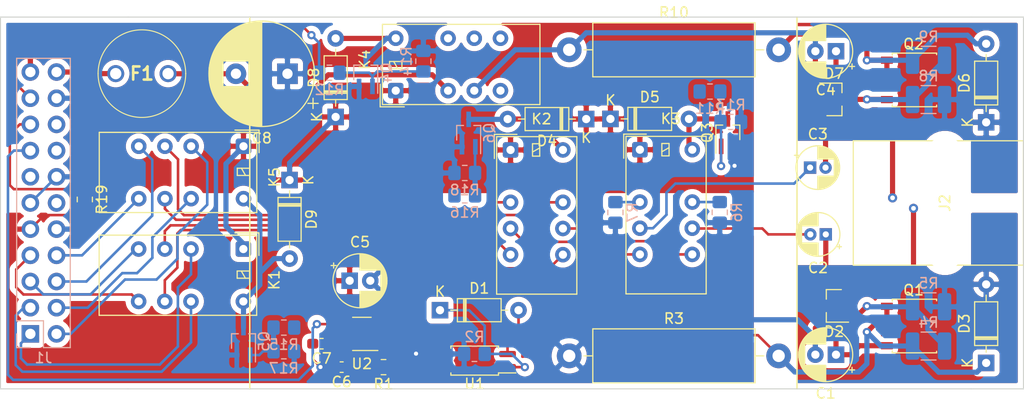
<source format=kicad_pcb>
(kicad_pcb (version 20171130) (host pcbnew "(5.1.7)-1")
  (layers (0 F.Cu signal) (31 B.Cu signal) (34 B.Paste user) (35 F.Paste user) (36 B.SilkS user) (37 F.SilkS user hide) (38 B.Mask user) (39 F.Mask user) (44 Edge.Cuts user))
  (net 0 "")
  (net 1 "Net-(C1-Pad1)")
  (net 2 GND)
  (net 3 /AUDT)
  (net 4 /TIP)
  (net 5 /AUDR)
  (net 6 /RING)
  (net 7 "Net-(C4-Pad2)")
  (net 8 "Net-(C4-Pad1)")
  (net 9 +3V3)
  (net 10 -48V)
  (net 11 "Net-(D1-Pad1)")
  (net 12 "Net-(D1-Pad2)")
  (net 13 +5V)
  (net 14 "Net-(D4-Pad2)")
  (net 15 "Net-(D5-Pad2)")
  (net 16 "Net-(D6-Pad2)")
  (net 17 "Net-(D8-Pad2)")
  (net 18 /LTSW)
  (net 19 /VBATT)
  (net 20 "Net-(J1-Pad1)")
  (net 21 "Net-(J1-Pad2)")
  (net 22 "Net-(J1-Pad3)")
  (net 23 "Net-(J1-Pad4)")
  (net 24 "Net-(J1-Pad5)")
  (net 25 "Net-(J1-Pad6)")
  (net 26 "Net-(J1-Pad7)")
  (net 27 "Net-(J1-Pad8)")
  (net 28 /RINGE)
  (net 29 /AUDE)
  (net 30 /RTRIP)
  (net 31 /LTSEL)
  (net 32 /CINST)
  (net 33 /LINE)
  (net 34 "Net-(K1-Pad9)")
  (net 35 "Net-(K1-Pad4)")
  (net 36 "Net-(K2-Pad3)")
  (net 37 "Net-(K2-Pad4)")
  (net 38 "Net-(K2-Pad9)")
  (net 39 "Net-(K2-Pad10)")
  (net 40 "Net-(K3-Pad10)")
  (net 41 "Net-(K3-Pad3)")
  (net 42 "Net-(K4-Pad8)")
  (net 43 "Net-(K4-Pad9)")
  (net 44 "Net-(K4-Pad10)")
  (net 45 "Net-(Q3-Pad1)")
  (net 46 "Net-(Q4-Pad1)")
  (net 47 "Net-(Q5-Pad1)")
  (net 48 "Net-(Q6-Pad1)")
  (net 49 /HOOKS)
  (net 50 "Net-(U2-Pad1)")
  (net 51 /VRING)
  (module Relay_THT:Relay_DPDT_Kemet_EC2 (layer F.Cu) (at 111.5314 94.0689 270)
    (fp_text reference K5 (at 3 -3 270) (layer F.SilkS))
    (fp_text value EC2-5NU)
    (pad 1 thru_hole roundrect (at 0 0 270) (size 1.5 1.5) (drill 0.8) (layers *.Cu *.Mask) (roundrect_rratio 0.167) (net 13 +5V))
    (pad 3 thru_hole circle (at 0 5.08 270) (size 1.5 1.5) (drill 0.8) (layers *.Cu *.Mask) (net 21 "Net-(J1-Pad2)"))
    (pad 4 thru_hole circle (at 0 7.62 270) (size 1.5 1.5) (drill 0.8) (layers *.Cu *.Mask) (net 36 "Net-(K2-Pad3)"))
    (pad 5 thru_hole circle (at 0 10.16 270) (size 1.5 1.5) (drill 0.8) (layers *.Cu *.Mask) (net 25 "Net-(J1-Pad6)"))
    (pad 8 thru_hole circle (at 5.08 10.16 270) (size 1.5 1.5) (drill 0.8) (layers *.Cu *.Mask) (net 27 "Net-(J1-Pad8)"))
    (pad 9 thru_hole circle (at 5.08 7.62 270) (size 1.5 1.5) (drill 0.8) (layers *.Cu *.Mask) (net 39 "Net-(K2-Pad10)"))
    (pad 10 thru_hole circle (at 5.08 5.08 270) (size 1.5 1.5) (drill 0.8) (layers *.Cu *.Mask) (net 23 "Net-(J1-Pad4)"))
    (pad 12 thru_hole circle (at 5.08 0 270) (size 1.5 1.5) (drill 0.8) (layers *.Cu *.Mask) (net 18 /LTSW))
  )
  (module PhoneInterfaceParts:RJE0112001 (layer F.Cu) (at 179.578 99.568 90)
    (fp_text reference J2 (at 0 0 90) (layer F.SilkS))
    (fp_text value 6P2C)
    (pad "" np_thru_hole circle (at -4.7625 0 90) (size 3.4544 3.4544) (drill 3.4544) (layers *.Cu *.Mask))
    (pad "" np_thru_hole circle (at 4.7625 0 90) (size 3.4544 3.4544) (drill 3.4544) (layers *.Cu *.Mask))
    (pad 1 thru_hole circle (at 0.4953 -5.08 90) (size 0.889 0.889) (drill 0.4572) (layers *.Cu *.Mask) (net 6 /RING))
    (pad 2 thru_hole circle (at -0.5207 -3.048 90) (size 0.889 0.889) (drill 0.4572) (layers *.Cu *.Mask) (net 4 /TIP))
  )
  (module Diode_THT:D_DO-35_SOD27_P7.62mm_Horizontal (layer F.Cu) (at 116.0018 97.3455 270)
    (fp_text reference D9 (at 3.81 -2.12 90) (layer F.SilkS))
    (fp_text value 1N4148)
    (fp_text user K (at 0 -1.8 90) (layer F.SilkS))
    (pad 2 thru_hole oval (at 7.62 0 270) (size 1.6 1.6) (drill 0.8) (layers *.Cu *.Mask) (net 18 /LTSW))
    (pad 1 thru_hole rect (at 0 0 270) (size 1.6 1.6) (drill 0.8) (layers *.Cu *.Mask) (net 13 +5V))
  )
  (module Diode_THT:D_DO-35_SOD27_P7.62mm_Horizontal (layer F.Cu) (at 120.4722 91.2241 90)
    (fp_text reference D8 (at 3.81 -2.12 90) (layer F.SilkS))
    (fp_text value 1N4148)
    (fp_text user K (at 0 -1.8 90) (layer F.SilkS))
    (pad 2 thru_hole oval (at 7.62 0 90) (size 1.6 1.6) (drill 0.8) (layers *.Cu *.Mask) (net 17 "Net-(D8-Pad2)"))
    (pad 1 thru_hole rect (at 0 0 90) (size 1.6 1.6) (drill 0.8) (layers *.Cu *.Mask) (net 13 +5V))
  )
  (module Diode_THT:D_DO-35_SOD27_P7.62mm_Horizontal (layer F.Cu) (at 183.5785 91.7448 90)
    (fp_text reference D6 (at 3.81 -2.12 90) (layer F.SilkS))
    (fp_text value 1N4148)
    (fp_text user K (at 0 -1.8 90) (layer F.SilkS))
    (pad 2 thru_hole oval (at 7.62 0 90) (size 1.6 1.6) (drill 0.8) (layers *.Cu *.Mask) (net 16 "Net-(D6-Pad2)"))
    (pad 1 thru_hole rect (at 0 0 90) (size 1.6 1.6) (drill 0.8) (layers *.Cu *.Mask) (net 6 /RING))
  )
  (module Diode_THT:D_DO-35_SOD27_P7.62mm_Horizontal (layer F.Cu) (at 147.1295 91.4146)
    (fp_text reference D5 (at 3.81 -2.12) (layer F.SilkS))
    (fp_text value 1N4148)
    (fp_text user K (at 0 -1.8) (layer F.SilkS))
    (pad 2 thru_hole oval (at 7.62 0) (size 1.6 1.6) (drill 0.8) (layers *.Cu *.Mask) (net 15 "Net-(D5-Pad2)"))
    (pad 1 thru_hole rect (at 0 0) (size 1.6 1.6) (drill 0.8) (layers *.Cu *.Mask) (net 13 +5V))
  )
  (module Diode_THT:D_DO-35_SOD27_P7.62mm_Horizontal (layer F.Cu) (at 144.78 91.4273 180)
    (fp_text reference D4 (at 3.81 -2.12) (layer F.SilkS))
    (fp_text value 1N4148)
    (fp_text user K (at 0 -1.8) (layer F.SilkS))
    (pad 2 thru_hole oval (at 7.62 0 180) (size 1.6 1.6) (drill 0.8) (layers *.Cu *.Mask) (net 14 "Net-(D4-Pad2)"))
    (pad 1 thru_hole rect (at 0 0 180) (size 1.6 1.6) (drill 0.8) (layers *.Cu *.Mask) (net 13 +5V))
  )
  (module Diode_THT:D_DO-35_SOD27_P7.62mm_Horizontal (layer F.Cu) (at 183.5785 115.0874 90)
    (fp_text reference D3 (at 3.81 -2.12 90) (layer F.SilkS))
    (fp_text value 1N4148)
    (fp_text user K (at 0 -1.8 90) (layer F.SilkS))
    (pad 2 thru_hole oval (at 7.62 0 90) (size 1.6 1.6) (drill 0.8) (layers *.Cu *.Mask) (net 4 /TIP))
    (pad 1 thru_hole rect (at 0 0 90) (size 1.6 1.6) (drill 0.8) (layers *.Cu *.Mask) (net 12 "Net-(D1-Pad2)"))
  )
  (module Diode_THT:D_DO-35_SOD27_P7.62mm_Horizontal (layer F.Cu) (at 130.5941 109.9693)
    (fp_text reference D1 (at 3.81 -2.12) (layer F.SilkS))
    (fp_text value 1N4148)
    (fp_text user K (at 0 -1.8) (layer F.SilkS))
    (pad 2 thru_hole oval (at 7.62 0) (size 1.6 1.6) (drill 0.8) (layers *.Cu *.Mask) (net 12 "Net-(D1-Pad2)"))
    (pad 1 thru_hole rect (at 0 0) (size 1.6 1.6) (drill 0.8) (layers *.Cu *.Mask) (net 11 "Net-(D1-Pad1)"))
  )
  (module Capacitor_THT:CP_Radial_D5.0mm_P2.00mm (layer F.Cu) (at 169.0116 114.2873 180)
    (fp_text reference C1 (at 1 -3.75) (layer F.SilkS))
    (fp_text value 3.3u)
    (pad 1 thru_hole rect (at 0 0 180) (size 1.6 1.6) (drill 0.8) (layers *.Cu *.Mask) (net 1 "Net-(C1-Pad1)"))
    (pad 2 thru_hole circle (at 2 0 180) (size 1.6 1.6) (drill 0.8) (layers *.Cu *.Mask) (net 2 GND))
  )
  (module Capacitor_THT:CP_Radial_D4.0mm_P1.50mm (layer F.Cu) (at 168.021 102.616 180)
    (fp_text reference C2 (at 0.75 -3.25) (layer F.SilkS))
    (fp_text value 2.2u)
    (pad 2 thru_hole circle (at 1.5 0 180) (size 1.2 1.2) (drill 0.6) (layers *.Cu *.Mask) (net 3 /AUDT))
    (pad 1 thru_hole rect (at 0 0 180) (size 1.2 1.2) (drill 0.6) (layers *.Cu *.Mask) (net 4 /TIP))
  )
  (module Capacitor_THT:CP_Radial_D4.0mm_P1.50mm (layer F.Cu) (at 166.497 96.139)
    (fp_text reference C3 (at 0.75 -3.25) (layer F.SilkS))
    (fp_text value 2.2u)
    (pad 1 thru_hole rect (at 0 0) (size 1.2 1.2) (drill 0.6) (layers *.Cu *.Mask) (net 5 /AUDR))
    (pad 2 thru_hole circle (at 1.5 0) (size 1.2 1.2) (drill 0.6) (layers *.Cu *.Mask) (net 6 /RING))
  )
  (module Capacitor_THT:CP_Radial_D5.0mm_P2.00mm (layer F.Cu) (at 169.0116 84.8487 180)
    (fp_text reference C4 (at 1 -3.75) (layer F.SilkS))
    (fp_text value 3.3u)
    (pad 2 thru_hole circle (at 2 0 180) (size 1.6 1.6) (drill 0.8) (layers *.Cu *.Mask) (net 7 "Net-(C4-Pad2)"))
    (pad 1 thru_hole rect (at 0 0 180) (size 1.6 1.6) (drill 0.8) (layers *.Cu *.Mask) (net 8 "Net-(C4-Pad1)"))
  )
  (module Capacitor_THT:CP_Radial_D5.0mm_P2.00mm (layer F.Cu) (at 121.8311 107.1118)
    (fp_text reference C5 (at 1 -3.75) (layer F.SilkS))
    (fp_text value 100u)
    (pad 1 thru_hole rect (at 0 0) (size 1.6 1.6) (drill 0.8) (layers *.Cu *.Mask) (net 9 +3V3))
    (pad 2 thru_hole circle (at 2 0) (size 1.6 1.6) (drill 0.8) (layers *.Cu *.Mask) (net 2 GND))
  )
  (module Capacitor_SMD:C_0603_1608Metric_Pad1.08x0.95mm_HandSolder (layer F.Cu) (at 121.0553 115.4938 180)
    (fp_text reference C6 (at 0 -1.43) (layer F.SilkS))
    (fp_text value .1u)
    (pad 2 smd roundrect (at 0.8625 0 180) (size 1.075 0.95) (layers F.Cu F.Paste F.Mask) (net 2 GND))
    (pad 1 smd roundrect (at -0.8625 0 180) (size 1.075 0.95) (layers F.Cu F.Paste F.Mask) (net 9 +3V3))
  )
  (module Capacitor_SMD:C_0603_1608Metric_Pad1.08x0.95mm_HandSolder (layer F.Cu) (at 119.1133 113.2205 180)
    (fp_text reference C7 (at 0 -1.43) (layer F.SilkS))
    (fp_text value .1u)
    (pad 1 smd roundrect (at -0.8625 0 180) (size 1.075 0.95) (layers F.Cu F.Paste F.Mask) (net 9 +3V3))
    (pad 2 smd roundrect (at 0.8625 0 180) (size 1.075 0.95) (layers F.Cu F.Paste F.Mask) (net 2 GND))
  )
  (module Capacitor_THT:CP_Radial_D10.0mm_P5.00mm (layer F.Cu) (at 115.7986 87.0331 180)
    (fp_text reference C8 (at 2.5 -6.25) (layer F.SilkS))
    (fp_text value 100u)
    (pad 1 thru_hole rect (at 0 0 180) (size 2 2) (drill 1) (layers *.Cu *.Mask) (net 2 GND))
    (pad 2 thru_hole circle (at 5 0 180) (size 2 2) (drill 1) (layers *.Cu *.Mask) (net 10 -48V))
  )
  (module Diode_SMD:D_SOT-23_ANK (layer F.Cu) (at 168.8305 109.5502 180)
    (fp_text reference D2 (at 0 -2.5) (layer F.SilkS))
    (fp_text value BZX84-C9V1)
    (pad 1 smd rect (at 1 0 180) (size 0.9 0.8) (layers F.Cu F.Paste F.Mask) (net 2 GND))
    (pad "" smd rect (at -1 0.95 180) (size 0.9 0.8) (layers F.Cu F.Paste F.Mask))
    (pad 2 smd rect (at -1 -0.95 180) (size 0.9 0.8) (layers F.Cu F.Paste F.Mask) (net 1 "Net-(C1-Pad1)"))
  )
  (module Diode_SMD:D_SOT-23_ANK (layer F.Cu) (at 168.8305 89.5198)
    (fp_text reference D7 (at 0 -2.5) (layer F.SilkS))
    (fp_text value BZX84-C9V1)
    (pad 2 smd rect (at -1 -0.95) (size 0.9 0.8) (layers F.Cu F.Paste F.Mask) (net 7 "Net-(C4-Pad2)"))
    (pad "" smd rect (at -1 0.95) (size 0.9 0.8) (layers F.Cu F.Paste F.Mask))
    (pad 1 smd rect (at 1 0) (size 0.9 0.8) (layers F.Cu F.Paste F.Mask) (net 8 "Net-(C4-Pad1)"))
  )
  (module Imported_Parts:00346605 (layer F.Cu) (at 99.1362 87.0204)
    (fp_text reference F1 (at 2.54 0) (layer F.SilkS) (effects (font (size 1.27 1.27) (thickness 0.254))))
    (fp_text value "100mA Slow Blow" hide)
    (pad 1 thru_hole circle (at 0 0) (size 1.65 1.65) (drill 1.1) (layers *.Cu *.Mask) (net 19 /VBATT))
    (pad 2 thru_hole circle (at 5.08 0) (size 1.65 1.65) (drill 1.1) (layers *.Cu *.Mask) (net 10 -48V))
  )
  (module Connector_PinHeader_2.54mm:PinHeader_2x11_P2.54mm_Vertical (layer B.Cu) (at 90.8558 112.268)
    (fp_text reference J1 (at 1.27 2.33) (layer B.SilkS) (effects (justify mirror)))
    (fp_text value Interface)
    (pad 1 thru_hole rect (at 0 0) (size 1.7 1.7) (drill 1) (layers *.Cu *.Mask) (net 20 "Net-(J1-Pad1)"))
    (pad 2 thru_hole oval (at 2.54 0) (size 1.7 1.7) (drill 1) (layers *.Cu *.Mask) (net 21 "Net-(J1-Pad2)"))
    (pad 3 thru_hole oval (at 0 -2.54) (size 1.7 1.7) (drill 1) (layers *.Cu *.Mask) (net 22 "Net-(J1-Pad3)"))
    (pad 4 thru_hole oval (at 2.54 -2.54) (size 1.7 1.7) (drill 1) (layers *.Cu *.Mask) (net 23 "Net-(J1-Pad4)"))
    (pad 5 thru_hole oval (at 0 -5.08) (size 1.7 1.7) (drill 1) (layers *.Cu *.Mask) (net 24 "Net-(J1-Pad5)"))
    (pad 6 thru_hole oval (at 2.54 -5.08) (size 1.7 1.7) (drill 1) (layers *.Cu *.Mask) (net 25 "Net-(J1-Pad6)"))
    (pad 7 thru_hole oval (at 0 -7.62) (size 1.7 1.7) (drill 1) (layers *.Cu *.Mask) (net 26 "Net-(J1-Pad7)"))
    (pad 8 thru_hole oval (at 2.54 -7.62) (size 1.7 1.7) (drill 1) (layers *.Cu *.Mask) (net 27 "Net-(J1-Pad8)"))
    (pad 9 thru_hole oval (at 0 -10.16) (size 1.7 1.7) (drill 1) (layers *.Cu *.Mask) (net 9 +3V3))
    (pad 10 thru_hole oval (at 2.54 -10.16) (size 1.7 1.7) (drill 1) (layers *.Cu *.Mask) (net 2 GND))
    (pad 11 thru_hole oval (at 0 -12.7) (size 1.7 1.7) (drill 1) (layers *.Cu *.Mask) (net 2 GND))
    (pad 12 thru_hole oval (at 2.54 -12.7) (size 1.7 1.7) (drill 1) (layers *.Cu *.Mask) (net 51 /VRING))
    (pad 13 thru_hole oval (at 0 -15.24) (size 1.7 1.7) (drill 1) (layers *.Cu *.Mask) (net 29 /AUDE))
    (pad 14 thru_hole oval (at 2.54 -15.24) (size 1.7 1.7) (drill 1) (layers *.Cu *.Mask) (net 2 GND))
    (pad 15 thru_hole oval (at 0 -17.78) (size 1.7 1.7) (drill 1) (layers *.Cu *.Mask) (net 30 /RTRIP))
    (pad 16 thru_hole oval (at 2.54 -17.78) (size 1.7 1.7) (drill 1) (layers *.Cu *.Mask) (net 31 /LTSEL))
    (pad 17 thru_hole oval (at 0 -20.32) (size 1.7 1.7) (drill 1) (layers *.Cu *.Mask) (net 32 /CINST))
    (pad 18 thru_hole oval (at 2.54 -20.32) (size 1.7 1.7) (drill 1) (layers *.Cu *.Mask) (net 33 /LINE))
    (pad 19 thru_hole oval (at 0 -22.86) (size 1.7 1.7) (drill 1) (layers *.Cu *.Mask) (net 28 /RINGE))
    (pad 20 thru_hole oval (at 2.54 -22.86) (size 1.7 1.7) (drill 1) (layers *.Cu *.Mask) (net 2 GND))
    (pad 21 thru_hole oval (at 0 -25.4) (size 1.7 1.7) (drill 1) (layers *.Cu *.Mask) (net 13 +5V))
    (pad 22 thru_hole oval (at 2.54 -25.4) (size 1.7 1.7) (drill 1) (layers *.Cu *.Mask) (net 19 /VBATT))
  )
  (module Relay_THT:Relay_DPDT_Kemet_EC2 (layer F.Cu) (at 111.5187 104.0384 270)
    (fp_text reference K1 (at 3 -3 270) (layer F.SilkS))
    (fp_text value EC2-5NU)
    (pad 12 thru_hole circle (at 5.08 0 270) (size 1.5 1.5) (drill 0.8) (layers *.Cu *.Mask) (net 18 /LTSW))
    (pad 10 thru_hole circle (at 5.08 5.08 270) (size 1.5 1.5) (drill 0.8) (layers *.Cu *.Mask) (net 22 "Net-(J1-Pad3)"))
    (pad 9 thru_hole circle (at 5.08 7.62 270) (size 1.5 1.5) (drill 0.8) (layers *.Cu *.Mask) (net 34 "Net-(K1-Pad9)"))
    (pad 8 thru_hole circle (at 5.08 10.16 270) (size 1.5 1.5) (drill 0.8) (layers *.Cu *.Mask) (net 26 "Net-(J1-Pad7)"))
    (pad 5 thru_hole circle (at 0 10.16 270) (size 1.5 1.5) (drill 0.8) (layers *.Cu *.Mask) (net 24 "Net-(J1-Pad5)"))
    (pad 4 thru_hole circle (at 0 7.62 270) (size 1.5 1.5) (drill 0.8) (layers *.Cu *.Mask) (net 35 "Net-(K1-Pad4)"))
    (pad 3 thru_hole circle (at 0 5.08 270) (size 1.5 1.5) (drill 0.8) (layers *.Cu *.Mask) (net 20 "Net-(J1-Pad1)"))
    (pad 1 thru_hole roundrect (at 0 0 270) (size 1.5 1.5) (drill 0.8) (layers *.Cu *.Mask) (roundrect_rratio 0.167) (net 13 +5V))
  )
  (module Relay_THT:Relay_DPDT_Kemet_EC2 (layer F.Cu) (at 137.4394 94.4245)
    (fp_text reference K2 (at 3 -3 180) (layer F.SilkS))
    (fp_text value EC2-5NU)
    (pad 1 thru_hole roundrect (at 0 0) (size 1.5 1.5) (drill 0.8) (layers *.Cu *.Mask) (roundrect_rratio 0.167) (net 13 +5V))
    (pad 3 thru_hole circle (at 0 5.08) (size 1.5 1.5) (drill 0.8) (layers *.Cu *.Mask) (net 36 "Net-(K2-Pad3)"))
    (pad 4 thru_hole circle (at 0 7.62) (size 1.5 1.5) (drill 0.8) (layers *.Cu *.Mask) (net 37 "Net-(K2-Pad4)"))
    (pad 5 thru_hole circle (at 0 10.16) (size 1.5 1.5) (drill 0.8) (layers *.Cu *.Mask) (net 35 "Net-(K1-Pad4)"))
    (pad 8 thru_hole circle (at 5.08 10.16) (size 1.5 1.5) (drill 0.8) (layers *.Cu *.Mask) (net 34 "Net-(K1-Pad9)"))
    (pad 9 thru_hole circle (at 5.08 7.62) (size 1.5 1.5) (drill 0.8) (layers *.Cu *.Mask) (net 38 "Net-(K2-Pad9)"))
    (pad 10 thru_hole circle (at 5.08 5.08) (size 1.5 1.5) (drill 0.8) (layers *.Cu *.Mask) (net 39 "Net-(K2-Pad10)"))
    (pad 12 thru_hole circle (at 5.08 0) (size 1.5 1.5) (drill 0.8) (layers *.Cu *.Mask) (net 14 "Net-(D4-Pad2)"))
  )
  (module Relay_THT:Relay_DPDT_Kemet_EC2 (layer F.Cu) (at 149.987 94.3991)
    (fp_text reference K3 (at 3 -3 180) (layer F.SilkS))
    (fp_text value EC2-5NU)
    (pad 12 thru_hole circle (at 5.08 0) (size 1.5 1.5) (drill 0.8) (layers *.Cu *.Mask) (net 15 "Net-(D5-Pad2)"))
    (pad 10 thru_hole circle (at 5.08 5.08) (size 1.5 1.5) (drill 0.8) (layers *.Cu *.Mask) (net 40 "Net-(K3-Pad10)"))
    (pad 9 thru_hole circle (at 5.08 7.62) (size 1.5 1.5) (drill 0.8) (layers *.Cu *.Mask) (net 3 /AUDT))
    (pad 8 thru_hole circle (at 5.08 10.16) (size 1.5 1.5) (drill 0.8) (layers *.Cu *.Mask) (net 38 "Net-(K2-Pad9)"))
    (pad 5 thru_hole circle (at 0 10.16) (size 1.5 1.5) (drill 0.8) (layers *.Cu *.Mask) (net 37 "Net-(K2-Pad4)"))
    (pad 4 thru_hole circle (at 0 7.62) (size 1.5 1.5) (drill 0.8) (layers *.Cu *.Mask) (net 5 /AUDR))
    (pad 3 thru_hole circle (at 0 5.08) (size 1.5 1.5) (drill 0.8) (layers *.Cu *.Mask) (net 41 "Net-(K3-Pad3)"))
    (pad 1 thru_hole roundrect (at 0 0) (size 1.5 1.5) (drill 0.8) (layers *.Cu *.Mask) (roundrect_rratio 0.167) (net 13 +5V))
  )
  (module Relay_THT:Relay_DPDT_Kemet_EC2 (layer F.Cu) (at 126.3015 88.6714 90)
    (fp_text reference K4 (at 3 -3 270) (layer F.SilkS))
    (fp_text value EC2-5NU)
    (pad 1 thru_hole roundrect (at 0 0 90) (size 1.5 1.5) (drill 0.8) (layers *.Cu *.Mask) (roundrect_rratio 0.167) (net 13 +5V))
    (pad 3 thru_hole circle (at 0 5.08 90) (size 1.5 1.5) (drill 0.8) (layers *.Cu *.Mask) (net 10 -48V))
    (pad 4 thru_hole circle (at 0 7.62 90) (size 1.5 1.5) (drill 0.8) (layers *.Cu *.Mask) (net 7 "Net-(C4-Pad2)"))
    (pad 5 thru_hole circle (at 0 10.16 90) (size 1.5 1.5) (drill 0.8) (layers *.Cu *.Mask) (net 51 /VRING))
    (pad 8 thru_hole circle (at 5.08 10.16 90) (size 1.5 1.5) (drill 0.8) (layers *.Cu *.Mask) (net 42 "Net-(K4-Pad8)"))
    (pad 9 thru_hole circle (at 5.08 7.62 90) (size 1.5 1.5) (drill 0.8) (layers *.Cu *.Mask) (net 43 "Net-(K4-Pad9)"))
    (pad 10 thru_hole circle (at 5.08 5.08 90) (size 1.5 1.5) (drill 0.8) (layers *.Cu *.Mask) (net 44 "Net-(K4-Pad10)"))
    (pad 12 thru_hole circle (at 5.08 0 90) (size 1.5 1.5) (drill 0.8) (layers *.Cu *.Mask) (net 17 "Net-(D8-Pad2)"))
  )
  (module Package_TO_SOT_SMD:LFPAK56 (layer F.Cu) (at 176.784 111.506)
    (fp_text reference Q1 (at -0.245 -3.48) (layer F.SilkS))
    (fp_text value PHPT61003PYX)
    (pad 5 smd custom (at 0.435 0) (size 3.3 4.2) (layers F.Cu F.Mask) (net 4 /TIP) (options (clearance outline) (anchor rect)) (primitives (gr_poly (pts (xy 1.425 -2.35) (xy 2.975 -2.35) (xy 2.975 2.35) (xy 1.425 2.35)) (width 0))))
    (pad 4 smd rect (at -2.835 1.91 270) (size 0.7 1.15) (layers F.Cu F.Paste F.Mask) (net 1 "Net-(C1-Pad1)"))
    (pad 3 smd rect (at -2.835 0.64 270) (size 0.7 1.15) (layers F.Cu F.Paste F.Mask) (net 12 "Net-(D1-Pad2)"))
    (pad 1 smd rect (at -2.835 -1.91 270) (size 0.7 1.15) (layers F.Cu F.Paste F.Mask) (net 12 "Net-(D1-Pad2)"))
    (pad 2 smd rect (at -2.835 -0.64 270) (size 0.7 1.15) (layers F.Cu F.Paste F.Mask) (net 12 "Net-(D1-Pad2)"))
  )
  (module Package_TO_SOT_SMD:LFPAK56 (layer F.Cu) (at 176.784 87.63)
    (fp_text reference Q2 (at -0.245 -3.48) (layer F.SilkS))
    (fp_text value PHPT61003NYX)
    (pad 2 smd rect (at -2.835 -0.64 270) (size 0.7 1.15) (layers F.Cu F.Paste F.Mask) (net 16 "Net-(D6-Pad2)"))
    (pad 1 smd rect (at -2.835 -1.91 270) (size 0.7 1.15) (layers F.Cu F.Paste F.Mask) (net 16 "Net-(D6-Pad2)"))
    (pad 3 smd rect (at -2.835 0.64 270) (size 0.7 1.15) (layers F.Cu F.Paste F.Mask) (net 16 "Net-(D6-Pad2)"))
    (pad 4 smd rect (at -2.835 1.91 270) (size 0.7 1.15) (layers F.Cu F.Paste F.Mask) (net 8 "Net-(C4-Pad1)"))
    (pad 5 smd custom (at 0.254 0) (size 3.300001 4.199999) (layers F.Cu F.Mask) (net 6 /RING) (options (clearance outline) (anchor rect)) (primitives (gr_poly (pts (xy 1.425 -2.35) (xy 2.975 -2.35) (xy 2.975 2.35) (xy 1.425 2.35)) (width 0))))
  )
  (module Package_TO_SOT_SMD:SOT-323_SC-70_Handsoldering (layer F.Cu) (at 158.5214 92.7481 90)
    (fp_text reference Q3 (at 0 -2 90) (layer F.SilkS))
    (fp_text value XP231N02013R-G)
    (pad 1 smd rect (at -1.33 -0.65) (size 0.45 1.5) (layers F.Cu F.Paste F.Mask) (net 45 "Net-(Q3-Pad1)"))
    (pad 2 smd rect (at -1.33 0.65) (size 0.45 1.5) (layers F.Cu F.Paste F.Mask) (net 2 GND))
    (pad 3 smd rect (at 1.33 0) (size 0.45 1.5) (layers F.Cu F.Paste F.Mask) (net 15 "Net-(D5-Pad2)"))
  )
  (module Package_TO_SOT_SMD:SOT-323_SC-70_Handsoldering (layer B.Cu) (at 123.3932 86.9315 90)
    (fp_text reference Q4 (at 0 2 90) (layer B.SilkS) (effects (justify mirror)))
    (fp_text value XP231N02013R-G)
    (pad 3 smd rect (at 1.33 0 180) (size 0.45 1.5) (layers B.Cu B.Paste B.Mask) (net 17 "Net-(D8-Pad2)"))
    (pad 2 smd rect (at -1.33 -0.65 180) (size 0.45 1.5) (layers B.Cu B.Paste B.Mask) (net 2 GND))
    (pad 1 smd rect (at -1.33 0.65 180) (size 0.45 1.5) (layers B.Cu B.Paste B.Mask) (net 46 "Net-(Q4-Pad1)"))
  )
  (module Package_TO_SOT_SMD:SOT-323_SC-70_Handsoldering (layer B.Cu) (at 111.5314 112.9919 90)
    (fp_text reference Q5 (at 0 2 270) (layer B.SilkS) (effects (justify mirror)))
    (fp_text value XP231N02013R-G)
    (pad 1 smd rect (at -1.33 0.65 180) (size 0.45 1.5) (layers B.Cu B.Paste B.Mask) (net 47 "Net-(Q5-Pad1)"))
    (pad 2 smd rect (at -1.33 -0.65 180) (size 0.45 1.5) (layers B.Cu B.Paste B.Mask) (net 2 GND))
    (pad 3 smd rect (at 1.33 0 180) (size 0.45 1.5) (layers B.Cu B.Paste B.Mask) (net 18 /LTSW))
  )
  (module Package_TO_SOT_SMD:SOT-323_SC-70_Handsoldering (layer B.Cu) (at 133.3754 92.7862 90)
    (fp_text reference Q6 (at 0 2 270) (layer B.SilkS) (effects (justify mirror)))
    (fp_text value XP231N02013R-G)
    (pad 3 smd rect (at 1.33 0 180) (size 0.45 1.5) (layers B.Cu B.Paste B.Mask) (net 14 "Net-(D4-Pad2)"))
    (pad 2 smd rect (at -1.33 -0.65 180) (size 0.45 1.5) (layers B.Cu B.Paste B.Mask) (net 2 GND))
    (pad 1 smd rect (at -1.33 0.65 180) (size 0.45 1.5) (layers B.Cu B.Paste B.Mask) (net 48 "Net-(Q6-Pad1)"))
  )
  (module Resistor_SMD:R_0805_2012Metric_Pad1.20x1.40mm_HandSolder (layer F.Cu) (at 125.1171 115.4938 180)
    (fp_text reference R1 (at 0 -1.65) (layer F.SilkS))
    (fp_text value 1k)
    (pad 2 smd roundrect (at 1 0 180) (size 1.2 1.4) (layers F.Cu F.Paste F.Mask) (roundrect_rratio 0.208333) (net 9 +3V3))
    (pad 1 smd roundrect (at -1 0 180) (size 1.2 1.4) (layers F.Cu F.Paste F.Mask) (roundrect_rratio 0.208333) (net 49 /HOOKS))
  )
  (module Resistor_SMD:R_0805_2012Metric_Pad1.20x1.40mm_HandSolder (layer B.Cu) (at 133.9342 114.2111 180)
    (fp_text reference R2 (at 0 1.65) (layer B.SilkS) (effects (justify mirror)))
    (fp_text value 4.7k)
    (pad 1 smd roundrect (at -1 0 180) (size 1.2 1.4) (layers B.Cu B.Paste B.Mask) (roundrect_rratio 0.208333) (net 11 "Net-(D1-Pad1)"))
    (pad 2 smd roundrect (at 1 0 180) (size 1.2 1.4) (layers B.Cu B.Paste B.Mask) (roundrect_rratio 0.208333) (net 2 GND))
  )
  (module Resistor_THT:R_Axial_DIN0516_L15.5mm_D5.0mm_P20.32mm_Horizontal (layer F.Cu) (at 143.129 114.4016)
    (fp_text reference R3 (at 10.16 -3.62) (layer F.SilkS))
    (fp_text value 200Ω)
    (pad 1 thru_hole circle (at 0 0) (size 2.4 2.4) (drill 1.2) (layers *.Cu *.Mask) (net 2 GND))
    (pad 2 thru_hole oval (at 20.32 0) (size 2.4 2.4) (drill 1.2) (layers *.Cu *.Mask) (net 12 "Net-(D1-Pad2)"))
  )
  (module Resistor_SMD:R_1210_3225Metric_Pad1.30x2.65mm_HandSolder (layer B.Cu) (at 177.9905 113.4491 180)
    (fp_text reference R4 (at 0 2.28) (layer B.SilkS) (effects (justify mirror)))
    (fp_text value 6.8k)
    (pad 2 smd roundrect (at 1.55 0 180) (size 1.3 2.65) (layers B.Cu B.Paste B.Mask) (roundrect_rratio 0.192308) (net 12 "Net-(D1-Pad2)"))
    (pad 1 smd roundrect (at -1.55 0 180) (size 1.3 2.65) (layers B.Cu B.Paste B.Mask) (roundrect_rratio 0.192308) (net 1 "Net-(C1-Pad1)"))
  )
  (module Resistor_SMD:R_1210_3225Metric_Pad1.30x2.65mm_HandSolder (layer B.Cu) (at 177.9905 109.6391 180)
    (fp_text reference R5 (at 0 2.28) (layer B.SilkS) (effects (justify mirror)))
    (fp_text value 6.8k)
    (pad 1 smd roundrect (at -1.55 0 180) (size 1.3 2.65) (layers B.Cu B.Paste B.Mask) (roundrect_rratio 0.192308) (net 4 /TIP))
    (pad 2 smd roundrect (at 1.55 0 180) (size 1.3 2.65) (layers B.Cu B.Paste B.Mask) (roundrect_rratio 0.192308) (net 1 "Net-(C1-Pad1)"))
  )
  (module Resistor_SMD:R_0805_2012Metric_Pad1.20x1.40mm_HandSolder (layer B.Cu) (at 157.734 100.4791 90)
    (fp_text reference R6 (at 0 1.65 270) (layer B.SilkS) (effects (justify mirror)))
    (fp_text value 33k)
    (pad 2 smd roundrect (at 1 0 90) (size 1.2 1.4) (layers B.Cu B.Paste B.Mask) (roundrect_rratio 0.208333) (net 40 "Net-(K3-Pad10)"))
    (pad 1 smd roundrect (at -1 0 90) (size 1.2 1.4) (layers B.Cu B.Paste B.Mask) (roundrect_rratio 0.208333) (net 2 GND))
  )
  (module Resistor_SMD:R_0805_2012Metric_Pad1.20x1.40mm_HandSolder (layer B.Cu) (at 147.6121 100.4857 90)
    (fp_text reference R7 (at 0 1.65 90) (layer B.SilkS) (effects (justify mirror)))
    (fp_text value 33k)
    (pad 1 smd roundrect (at -1 0 90) (size 1.2 1.4) (layers B.Cu B.Paste B.Mask) (roundrect_rratio 0.208333) (net 2 GND))
    (pad 2 smd roundrect (at 1 0 90) (size 1.2 1.4) (layers B.Cu B.Paste B.Mask) (roundrect_rratio 0.208333) (net 41 "Net-(K3-Pad3)"))
  )
  (module Resistor_SMD:R_1210_3225Metric_Pad1.30x2.65mm_HandSolder (layer B.Cu) (at 177.9905 89.535 180)
    (fp_text reference R8 (at 0 2.28) (layer B.SilkS) (effects (justify mirror)))
    (fp_text value 6.8k)
    (pad 2 smd roundrect (at 1.55 0 180) (size 1.3 2.65) (layers B.Cu B.Paste B.Mask) (roundrect_rratio 0.192308) (net 8 "Net-(C4-Pad1)"))
    (pad 1 smd roundrect (at -1.55 0 180) (size 1.3 2.65) (layers B.Cu B.Paste B.Mask) (roundrect_rratio 0.192308) (net 6 /RING))
  )
  (module Resistor_SMD:R_1210_3225Metric_Pad1.30x2.65mm_HandSolder (layer B.Cu) (at 177.9905 85.725 180)
    (fp_text reference R9 (at 0 2.28) (layer B.SilkS) (effects (justify mirror)))
    (fp_text value 6.8k)
    (pad 1 smd roundrect (at -1.55 0 180) (size 1.3 2.65) (layers B.Cu B.Paste B.Mask) (roundrect_rratio 0.192308) (net 8 "Net-(C4-Pad1)"))
    (pad 2 smd roundrect (at 1.55 0 180) (size 1.3 2.65) (layers B.Cu B.Paste B.Mask) (roundrect_rratio 0.192308) (net 16 "Net-(D6-Pad2)"))
  )
  (module Resistor_THT:R_Axial_DIN0516_L15.5mm_D5.0mm_P20.32mm_Horizontal (layer F.Cu) (at 143.129 84.709)
    (fp_text reference R10 (at 10.16 -3.62) (layer F.SilkS))
    (fp_text value 200Ω)
    (pad 2 thru_hole oval (at 20.32 0) (size 2.4 2.4) (drill 1.2) (layers *.Cu *.Mask) (net 16 "Net-(D6-Pad2)"))
    (pad 1 thru_hole circle (at 0 0) (size 2.4 2.4) (drill 1.2) (layers *.Cu *.Mask) (net 7 "Net-(C4-Pad2)"))
  )
  (module Resistor_SMD:R_0805_2012Metric_Pad1.20x1.40mm_HandSolder (layer B.Cu) (at 156.7848 88.7603)
    (fp_text reference R11 (at 0 1.65) (layer B.SilkS) (effects (justify mirror)))
    (fp_text value 100Ω)
    (pad 2 smd roundrect (at 1 0) (size 1.2 1.4) (layers B.Cu B.Paste B.Mask) (roundrect_rratio 0.208333) (net 45 "Net-(Q3-Pad1)"))
    (pad 1 smd roundrect (at -1 0) (size 1.2 1.4) (layers B.Cu B.Paste B.Mask) (roundrect_rratio 0.208333) (net 29 /AUDE))
  )
  (module Resistor_SMD:R_0805_2012Metric_Pad1.20x1.40mm_HandSolder (layer B.Cu) (at 119.8659 86.9315)
    (fp_text reference R12 (at 0 1.65) (layer B.SilkS) (effects (justify mirror)))
    (fp_text value 100Ω)
    (pad 2 smd roundrect (at 1 0) (size 1.2 1.4) (layers B.Cu B.Paste B.Mask) (roundrect_rratio 0.208333) (net 46 "Net-(Q4-Pad1)"))
    (pad 1 smd roundrect (at -1 0) (size 1.2 1.4) (layers B.Cu B.Paste B.Mask) (roundrect_rratio 0.208333) (net 28 /RINGE))
  )
  (module Resistor_SMD:R_0805_2012Metric_Pad1.20x1.40mm_HandSolder (layer B.Cu) (at 158.8041 91.7067 180)
    (fp_text reference R13 (at 0 1.65) (layer B.SilkS) (effects (justify mirror)))
    (fp_text value 1k)
    (pad 1 smd roundrect (at -1 0 180) (size 1.2 1.4) (layers B.Cu B.Paste B.Mask) (roundrect_rratio 0.208333) (net 2 GND))
    (pad 2 smd roundrect (at 1 0 180) (size 1.2 1.4) (layers B.Cu B.Paste B.Mask) (roundrect_rratio 0.208333) (net 45 "Net-(Q3-Pad1)"))
  )
  (module Resistor_SMD:R_0805_2012Metric_Pad1.20x1.40mm_HandSolder (layer B.Cu) (at 128.9812 85.8139 270)
    (fp_text reference R14 (at 0 1.65 90) (layer B.SilkS) (effects (justify mirror)))
    (fp_text value 1k)
    (pad 2 smd roundrect (at 1 0 270) (size 1.2 1.4) (layers B.Cu B.Paste B.Mask) (roundrect_rratio 0.208333) (net 46 "Net-(Q4-Pad1)"))
    (pad 1 smd roundrect (at -1 0 270) (size 1.2 1.4) (layers B.Cu B.Paste B.Mask) (roundrect_rratio 0.208333) (net 2 GND))
  )
  (module Resistor_SMD:R_0805_2012Metric_Pad1.20x1.40mm_HandSolder (layer B.Cu) (at 115.4463 111.6584)
    (fp_text reference R15 (at 0 1.65) (layer B.SilkS) (effects (justify mirror)))
    (fp_text value 100Ω)
    (pad 1 smd roundrect (at -1 0) (size 1.2 1.4) (layers B.Cu B.Paste B.Mask) (roundrect_rratio 0.208333) (net 47 "Net-(Q5-Pad1)"))
    (pad 2 smd roundrect (at 1 0) (size 1.2 1.4) (layers B.Cu B.Paste B.Mask) (roundrect_rratio 0.208333) (net 31 /LTSEL))
  )
  (module Resistor_SMD:R_0805_2012Metric_Pad1.20x1.40mm_HandSolder (layer B.Cu) (at 132.9977 98.8314)
    (fp_text reference R16 (at 0 1.65) (layer B.SilkS) (effects (justify mirror)))
    (fp_text value 100Ω)
    (pad 2 smd roundrect (at 1 0) (size 1.2 1.4) (layers B.Cu B.Paste B.Mask) (roundrect_rratio 0.208333) (net 48 "Net-(Q6-Pad1)"))
    (pad 1 smd roundrect (at -1 0) (size 1.2 1.4) (layers B.Cu B.Paste B.Mask) (roundrect_rratio 0.208333) (net 33 /LINE))
  )
  (module Resistor_SMD:R_0805_2012Metric_Pad1.20x1.40mm_HandSolder (layer B.Cu) (at 115.4463 113.9571)
    (fp_text reference R17 (at 0 1.65) (layer B.SilkS) (effects (justify mirror)))
    (fp_text value 1k)
    (pad 1 smd roundrect (at -1 0) (size 1.2 1.4) (layers B.Cu B.Paste B.Mask) (roundrect_rratio 0.208333) (net 47 "Net-(Q5-Pad1)"))
    (pad 2 smd roundrect (at 1 0) (size 1.2 1.4) (layers B.Cu B.Paste B.Mask) (roundrect_rratio 0.208333) (net 2 GND))
  )
  (module Resistor_SMD:R_0805_2012Metric_Pad1.20x1.40mm_HandSolder (layer B.Cu) (at 132.9977 96.6597)
    (fp_text reference R18 (at 0 1.65) (layer B.SilkS) (effects (justify mirror)))
    (fp_text value 1k)
    (pad 2 smd roundrect (at 1 0) (size 1.2 1.4) (layers B.Cu B.Paste B.Mask) (roundrect_rratio 0.208333) (net 48 "Net-(Q6-Pad1)"))
    (pad 1 smd roundrect (at -1 0) (size 1.2 1.4) (layers B.Cu B.Paste B.Mask) (roundrect_rratio 0.208333) (net 2 GND))
  )
  (module Resistor_SMD:R_0805_2012Metric_Pad1.20x1.40mm_HandSolder (layer F.Cu) (at 96.139 99.2284 270)
    (fp_text reference R19 (at 0 -1.65 90) (layer F.SilkS))
    (fp_text value 1k)
    (pad 1 smd roundrect (at -1 0 270) (size 1.2 1.4) (layers F.Cu F.Paste F.Mask) (roundrect_rratio 0.208333) (net 32 /CINST))
    (pad 2 smd roundrect (at 1 0 270) (size 1.2 1.4) (layers F.Cu F.Paste F.Mask) (roundrect_rratio 0.208333) (net 9 +3V3))
  )
  (module Package_SO:SOP-4_4.4x2.6mm_P1.27mm (layer F.Cu) (at 133.9596 114.8588 180)
    (fp_text reference U1 (at 0 -2.25) (layer F.SilkS))
    (fp_text value TCMD1000)
    (pad 1 smd roundrect (at -3.1875 -0.635 180) (size 1.625 0.6) (layers F.Cu F.Paste F.Mask) (net 11 "Net-(D1-Pad1)"))
    (pad 2 smd roundrect (at -3.1875 0.635 180) (size 1.625 0.6) (layers F.Cu F.Paste F.Mask) (net 12 "Net-(D1-Pad2)"))
    (pad 3 smd roundrect (at 3.1875 0.635 180) (size 1.625 0.6) (layers F.Cu F.Paste F.Mask) (net 2 GND))
    (pad 4 smd roundrect (at 3.1875 -0.635 180) (size 1.625 0.6) (layers F.Cu F.Paste F.Mask) (net 49 /HOOKS))
  )
  (module Package_TO_SOT_SMD:SOT-23-5 (layer F.Cu) (at 123.0171 112.2705 180)
    (fp_text reference U2 (at 0 -2.9) (layer F.SilkS))
    (fp_text value NL17SZ14DBVT1G)
    (pad 1 smd rect (at -1.1 -0.95 180) (size 1.06 0.65) (layers F.Cu F.Paste F.Mask) (net 50 "Net-(U2-Pad1)"))
    (pad 2 smd rect (at -1.1 0 180) (size 1.06 0.65) (layers F.Cu F.Paste F.Mask) (net 49 /HOOKS))
    (pad 3 smd rect (at -1.1 0.95 180) (size 1.06 0.65) (layers F.Cu F.Paste F.Mask) (net 2 GND))
    (pad 4 smd rect (at 1.1 0.95 180) (size 1.06 0.65) (layers F.Cu F.Paste F.Mask) (net 30 /RTRIP))
    (pad 5 smd rect (at 1.1 -0.95 180) (size 1.06 0.65) (layers F.Cu F.Paste F.Mask) (net 9 +3V3))
  )
  (gr_line (start 87.9602 81.534) (end 87.9602 81.6483) (layer Edge.Cuts) (width 0.1))
  (gr_line (start 100.33 81.534) (end 87.9602 81.534) (layer Edge.Cuts) (width 0.1))
  (gr_line (start 87.9602 117.602) (end 87.9602 81.6483) (layer Edge.Cuts) (width 0.1))
  (gr_line (start 100.33 117.602) (end 87.9602 117.602) (layer Edge.Cuts) (width 0.1))
  (gr_line (start 187.198 81.534) (end 182.118 81.534) (layer Edge.Cuts) (width 0.1))
  (gr_line (start 187.198 105.6005) (end 187.198 81.534) (layer Edge.Cuts) (width 0.1))
  (gr_line (start 187.198 117.602) (end 182.118 117.602) (layer Edge.Cuts) (width 0.1))
  (gr_line (start 187.198 117.5385) (end 187.198 117.602) (layer Edge.Cuts) (width 0.1))
  (gr_line (start 187.198 117.475) (end 187.198 117.5385) (layer Edge.Cuts) (width 0.1))
  (gr_line (start 187.198 105.6005) (end 187.198 117.475) (layer Edge.Cuts) (width 0.1))
  (gr_line (start 165.227 81.534) (end 165.227 117.602) (layer F.SilkS) (width 0.15))
  (gr_line (start 112.141 117.602) (end 112.141 81.534) (layer F.SilkS) (width 0.15))
  (gr_line (start 100.33 81.534) (end 182.118 81.534) (layer Edge.Cuts) (width 0.1))
  (gr_line (start 182.118 117.602) (end 100.33 117.602) (layer Edge.Cuts) (width 0.1))
  (segment (start 169.8305 110.5002) (end 169.8305 111.665) (width 0.499872) (layer F.Cu) (net 1))
  (segment (start 169.0116 112.4839) (end 169.0116 114.2873) (width 0.499872) (layer F.Cu) (net 1))
  (segment (start 169.8305 111.665) (end 169.0116 112.4839) (width 0.499872) (layer F.Cu) (net 1))
  (segment (start 169.0116 114.2873) (end 170.4086 114.2873) (width 0.499872) (layer F.Cu) (net 1))
  (segment (start 171.2799 113.416) (end 173.949 113.416) (width 0.499872) (layer F.Cu) (net 1))
  (segment (start 170.4086 114.2873) (end 171.2799 113.416) (width 0.499872) (layer F.Cu) (net 1))
  (segment (start 176.4405 109.6391) (end 177.9143 111.1129) (width 0.499872) (layer B.Cu) (net 1))
  (segment (start 177.9143 111.8229) (end 179.5405 113.4491) (width 0.499872) (layer B.Cu) (net 1))
  (segment (start 177.9143 111.1129) (end 177.9143 111.8229) (width 0.499872) (layer B.Cu) (net 1))
  (via (at 172.0088 109.5756) (size 0.8) (drill 0.4) (layers F.Cu B.Cu) (net 1))
  (segment (start 171.9072 109.6391) (end 171.8437 109.5756) (width 0.499872) (layer B.Cu) (net 1))
  (segment (start 176.4405 109.6391) (end 171.9072 109.6391) (width 0.499872) (layer B.Cu) (net 1))
  (segment (start 171.0842 110.5002) (end 172.0088 109.5756) (width 0.499872) (layer F.Cu) (net 1))
  (segment (start 169.8305 110.5002) (end 171.0842 110.5002) (width 0.499872) (layer F.Cu) (net 1))
  (segment (start 167.8305 109.5502) (end 167.8305 110.871) (width 0.499872) (layer F.Cu) (net 2))
  (segment (start 167.0116 111.6899) (end 167.0116 114.2873) (width 0.499872) (layer F.Cu) (net 2))
  (segment (start 167.8305 110.871) (end 167.0116 111.6899) (width 0.499872) (layer F.Cu) (net 2))
  (segment (start 167.0116 114.2873) (end 167.0116 112.6175) (width 0.499872) (layer B.Cu) (net 2))
  (segment (start 167.0116 112.6175) (end 165.2905 110.8964) (width 0.499872) (layer B.Cu) (net 2))
  (segment (start 165.2905 110.8964) (end 160.4772 110.8964) (width 0.499872) (layer B.Cu) (net 2))
  (via (at 128.27 114.1857) (size 0.8) (drill 0.4) (layers F.Cu B.Cu) (net 2))
  (segment (start 128.3081 114.2238) (end 128.27 114.1857) (width 0.25) (layer F.Cu) (net 2))
  (segment (start 130.7721 114.2238) (end 128.3081 114.2238) (width 0.25) (layer F.Cu) (net 2))
  (segment (start 128.27 114.1857) (end 127.4191 114.1857) (width 0.25) (layer B.Cu) (net 2))
  (via (at 118.999 115.4811) (size 0.8) (drill 0.4) (layers F.Cu B.Cu) (net 2))
  (segment (start 119.0117 115.4938) (end 118.999 115.4811) (width 0.25) (layer F.Cu) (net 2))
  (segment (start 120.1928 115.4938) (end 119.0117 115.4938) (width 0.25) (layer F.Cu) (net 2))
  (segment (start 118.999 115.4811) (end 119.9642 115.4811) (width 0.25) (layer B.Cu) (net 2))
  (segment (start 125.4048 111.3205) (end 128.27 114.1857) (width 0.25) (layer F.Cu) (net 2))
  (segment (start 124.1171 111.3205) (end 125.4048 111.3205) (width 0.25) (layer F.Cu) (net 2))
  (segment (start 118.2508 114.7329) (end 118.999 115.4811) (width 0.25) (layer F.Cu) (net 2))
  (segment (start 118.2508 113.2205) (end 118.2508 114.7329) (width 0.25) (layer F.Cu) (net 2))
  (via (at 159.1691 95.9612) (size 0.8) (drill 0.4) (layers F.Cu B.Cu) (net 2))
  (segment (start 159.1714 95.9589) (end 159.1691 95.9612) (width 0.499872) (layer F.Cu) (net 2))
  (segment (start 159.1714 94.0781) (end 159.1714 95.9589) (width 0.499872) (layer F.Cu) (net 2))
  (segment (start 159.1691 95.9612) (end 158.8008 95.5929) (width 0.499872) (layer B.Cu) (net 2))
  (segment (start 90.8558 99.568) (end 93.3958 97.028) (width 0.25) (layer B.Cu) (net 2))
  (segment (start 155.0924 102.0445) (end 155.067 102.0191) (width 0.25) (layer F.Cu) (net 3))
  (segment (start 162.433 102.616) (end 161.8615 102.0445) (width 0.25) (layer F.Cu) (net 3))
  (segment (start 161.8615 102.0445) (end 155.0924 102.0445) (width 0.25) (layer F.Cu) (net 3))
  (segment (start 166.521 102.616) (end 162.433 102.616) (width 0.25) (layer F.Cu) (net 3))
  (segment (start 176.53 110.817) (end 177.219 111.506) (width 0.499872) (layer F.Cu) (net 4))
  (segment (start 168.021 102.616) (end 168.021 106.2355) (width 0.499872) (layer F.Cu) (net 4))
  (segment (start 169.1005 107.315) (end 176.53 107.315) (width 0.499872) (layer F.Cu) (net 4))
  (segment (start 168.021 106.2355) (end 169.1005 107.315) (width 0.499872) (layer F.Cu) (net 4))
  (segment (start 176.53 107.315) (end 176.53 110.817) (width 0.499872) (layer F.Cu) (net 4))
  (segment (start 176.53 100.0887) (end 176.53 107.315) (width 0.499872) (layer F.Cu) (net 4))
  (segment (start 166.497 96.139) (end 164.9476 97.6884) (width 0.25) (layer B.Cu) (net 5))
  (segment (start 149.987 102.0191) (end 151.257 102.0191) (width 0.25) (layer B.Cu) (net 5))
  (segment (start 151.257 102.0191) (end 152.5651 100.711) (width 0.25) (layer B.Cu) (net 5))
  (segment (start 152.5651 100.711) (end 152.5651 98.552) (width 0.25) (layer B.Cu) (net 5))
  (segment (start 153.4287 97.6884) (end 156.718 97.6884) (width 0.25) (layer B.Cu) (net 5))
  (segment (start 152.5651 98.552) (end 153.4287 97.6884) (width 0.25) (layer B.Cu) (net 5))
  (segment (start 156.718 97.6884) (end 156.21 97.6884) (width 0.25) (layer B.Cu) (net 5))
  (segment (start 164.9476 97.6884) (end 156.718 97.6884) (width 0.25) (layer B.Cu) (net 5))
  (segment (start 174.498 99.0727) (end 174.498 92.71) (width 0.499872) (layer F.Cu) (net 6))
  (segment (start 177.038 90.17) (end 177.038 87.63) (width 0.499872) (layer F.Cu) (net 6))
  (segment (start 167.997 96.139) (end 167.997 93.496) (width 0.499872) (layer F.Cu) (net 6))
  (segment (start 175.0187 92.1893) (end 168.4147 92.1893) (width 0.499872) (layer F.Cu) (net 6))
  (segment (start 175.0187 92.1893) (end 177.038 90.17) (width 0.499872) (layer F.Cu) (net 6))
  (segment (start 167.997 92.607) (end 167.997 93.496) (width 0.499872) (layer F.Cu) (net 6))
  (segment (start 168.4147 92.1893) (end 167.997 92.607) (width 0.499872) (layer F.Cu) (net 6))
  (segment (start 174.498 92.71) (end 174.498 92.1893) (width 0.499872) (layer F.Cu) (net 6))
  (segment (start 167.0116 87.7509) (end 167.0116 84.8487) (width 0.499872) (layer F.Cu) (net 7))
  (segment (start 167.8305 88.5698) (end 167.0116 87.7509) (width 0.499872) (layer F.Cu) (net 7))
  (segment (start 144.778937 83.059063) (end 143.129 84.709) (width 0.499872) (layer B.Cu) (net 7))
  (segment (start 167.0116 83.71733) (end 166.353333 83.059063) (width 0.499872) (layer B.Cu) (net 7))
  (segment (start 166.353333 83.059063) (end 144.778937 83.059063) (width 0.499872) (layer B.Cu) (net 7))
  (segment (start 167.0116 84.8487) (end 167.0116 83.71733) (width 0.499872) (layer B.Cu) (net 7))
  (segment (start 137.8839 84.709) (end 133.9215 88.6714) (width 0.499872) (layer B.Cu) (net 7))
  (segment (start 143.129 84.709) (end 137.8839 84.709) (width 0.499872) (layer B.Cu) (net 7))
  (segment (start 179.5405 85.725) (end 177.9905 87.275) (width 0.499872) (layer B.Cu) (net 8))
  (segment (start 177.9905 87.985) (end 176.4405 89.535) (width 0.499872) (layer B.Cu) (net 8))
  (segment (start 177.9905 87.275) (end 177.9905 87.985) (width 0.499872) (layer B.Cu) (net 8))
  (segment (start 173.9288 89.5198) (end 173.949 89.54) (width 0.499872) (layer F.Cu) (net 8))
  (segment (start 172.0011 89.535) (end 171.9859 89.5198) (width 0.499872) (layer B.Cu) (net 8))
  (segment (start 176.4405 89.535) (end 172.0011 89.535) (width 0.499872) (layer B.Cu) (net 8))
  (segment (start 171.9859 89.5198) (end 172.0113 89.5198) (width 0.499872) (layer F.Cu) (net 8))
  (segment (start 169.8305 89.5198) (end 171.9859 89.5198) (width 0.499872) (layer F.Cu) (net 8))
  (segment (start 169.0116 84.8487) (end 169.0116 86.4362) (width 0.499872) (layer F.Cu) (net 8))
  (segment (start 169.8305 87.2551) (end 169.8305 89.5198) (width 0.499872) (layer F.Cu) (net 8))
  (segment (start 169.0116 86.4362) (end 169.8305 87.2551) (width 0.499872) (layer F.Cu) (net 8))
  (segment (start 172.0113 89.5198) (end 173.9288 89.5198) (width 0.499872) (layer F.Cu) (net 8))
  (via (at 172.0088 89.5198) (size 0.8) (drill 0.4) (layers F.Cu B.Cu) (net 8))
  (segment (start 121.9178 115.4938) (end 124.1171 115.4938) (width 0.25) (layer F.Cu) (net 9))
  (segment (start 90.8558 102.108) (end 90.8558 101.4603) (width 0.25) (layer F.Cu) (net 9))
  (segment (start 95.624399 100.743001) (end 96.139 100.2284) (width 0.25) (layer F.Cu) (net 9))
  (segment (start 92.220799 100.743001) (end 95.624399 100.743001) (width 0.25) (layer F.Cu) (net 9))
  (segment (start 90.8558 102.108) (end 92.220799 100.743001) (width 0.25) (layer F.Cu) (net 9))
  (segment (start 113.1481 89.3826) (end 110.7986 87.0331) (width 0.499872) (layer F.Cu) (net 10))
  (segment (start 117.5131 89.3826) (end 113.1481 89.3826) (width 0.499872) (layer F.Cu) (net 10))
  (segment (start 119.761 87.1347) (end 117.5131 89.3826) (width 0.499872) (layer F.Cu) (net 10))
  (segment (start 129.8448 87.1347) (end 119.761 87.1347) (width 0.499872) (layer F.Cu) (net 10))
  (segment (start 131.3815 88.6714) (end 129.8448 87.1347) (width 0.499872) (layer F.Cu) (net 10))
  (segment (start 104.2289 87.0331) (end 104.2162 87.0204) (width 0.499872) (layer F.Cu) (net 10))
  (segment (start 110.7986 87.0331) (end 104.2289 87.0331) (width 0.499872) (layer F.Cu) (net 10))
  (via (at 138.8237 115.4938) (size 0.8) (drill 0.4) (layers F.Cu B.Cu) (net 11))
  (segment (start 137.541 114.2111) (end 138.8237 115.4938) (width 0.25) (layer B.Cu) (net 11))
  (segment (start 134.9342 114.2111) (end 137.541 114.2111) (width 0.25) (layer B.Cu) (net 11))
  (segment (start 138.8237 115.4938) (end 137.1471 115.4938) (width 0.25) (layer F.Cu) (net 11))
  (segment (start 130.5941 109.9693) (end 133.4135 109.9693) (width 0.25) (layer B.Cu) (net 11))
  (segment (start 134.9342 111.49) (end 134.9342 114.2111) (width 0.25) (layer B.Cu) (net 11))
  (segment (start 133.4135 109.9693) (end 134.9342 111.49) (width 0.25) (layer B.Cu) (net 11))
  (segment (start 173.949 109.596) (end 173.949 112.146) (width 0.499872) (layer F.Cu) (net 12))
  (segment (start 173.3677 113.4491) (end 176.4405 113.4491) (width 0.499872) (layer B.Cu) (net 12))
  (segment (start 172.0088 112.0902) (end 173.3677 113.4491) (width 0.499872) (layer B.Cu) (net 12))
  (via (at 172.0088 112.0902) (size 0.8) (drill 0.4) (layers F.Cu B.Cu) (net 12))
  (segment (start 173.233 110.866) (end 172.0088 112.0902) (width 0.499872) (layer F.Cu) (net 12))
  (segment (start 173.949 110.866) (end 173.233 110.866) (width 0.499872) (layer F.Cu) (net 12))
  (segment (start 172.0088 115.1636) (end 172.0088 112.0902) (width 0.499872) (layer B.Cu) (net 12))
  (segment (start 165.0111 115.9637) (end 171.2087 115.9637) (width 0.499872) (layer B.Cu) (net 12))
  (segment (start 171.2087 115.9637) (end 172.0088 115.1636) (width 0.499872) (layer B.Cu) (net 12))
  (segment (start 163.449 114.4016) (end 165.0111 115.9637) (width 0.499872) (layer B.Cu) (net 12))
  (segment (start 183.5785 115.0874) (end 182.6768 115.9891) (width 0.499872) (layer B.Cu) (net 12))
  (segment (start 178.9805 115.9891) (end 176.4405 113.4491) (width 0.499872) (layer B.Cu) (net 12))
  (segment (start 182.6768 115.9891) (end 178.9805 115.9891) (width 0.499872) (layer B.Cu) (net 12))
  (segment (start 161.4424 112.395) (end 163.449 114.4016) (width 0.25) (layer F.Cu) (net 12))
  (segment (start 138.2014 112.395) (end 161.4424 112.395) (width 0.25) (layer F.Cu) (net 12))
  (segment (start 137.1471 113.4493) (end 138.2014 112.395) (width 0.25) (layer F.Cu) (net 12))
  (segment (start 137.1471 114.2238) (end 137.1471 113.4493) (width 0.25) (layer F.Cu) (net 12))
  (segment (start 138.2141 112.3823) (end 138.2014 112.395) (width 0.25) (layer F.Cu) (net 12))
  (segment (start 138.2141 109.9693) (end 138.2141 112.3823) (width 0.25) (layer F.Cu) (net 12))
  (segment (start 111.5187 104.0384) (end 111.5187 103.5177) (width 0.499872) (layer B.Cu) (net 13))
  (segment (start 111.5187 103.5177) (end 109.8296 101.8286) (width 0.499872) (layer B.Cu) (net 13))
  (segment (start 109.8296 95.7707) (end 111.5314 94.0689) (width 0.499872) (layer B.Cu) (net 13))
  (segment (start 109.8296 101.8286) (end 109.8296 95.7707) (width 0.499872) (layer B.Cu) (net 13))
  (segment (start 116.0018 95.6945) (end 120.4722 91.2241) (width 0.499872) (layer B.Cu) (net 13))
  (segment (start 116.0018 97.3455) (end 116.0018 95.6945) (width 0.499872) (layer B.Cu) (net 13))
  (segment (start 139.5222 91.4273) (end 142.5194 94.4245) (width 0.499872) (layer F.Cu) (net 14))
  (segment (start 137.16 91.4273) (end 139.5222 91.4273) (width 0.499872) (layer F.Cu) (net 14))
  (segment (start 137.1311 91.4562) (end 137.16 91.4273) (width 0.499872) (layer B.Cu) (net 14))
  (segment (start 133.3754 91.4562) (end 137.1311 91.4562) (width 0.499872) (layer B.Cu) (net 14))
  (segment (start 154.7495 94.0816) (end 155.067 94.3991) (width 0.499872) (layer F.Cu) (net 15))
  (segment (start 154.7495 91.4146) (end 154.7495 94.0816) (width 0.499872) (layer F.Cu) (net 15))
  (segment (start 158.5179 91.4146) (end 158.5214 91.4181) (width 0.499872) (layer F.Cu) (net 15))
  (segment (start 154.7495 91.4146) (end 158.5179 91.4146) (width 0.499872) (layer F.Cu) (net 15))
  (segment (start 173.949 85.72) (end 173.949 88.27) (width 0.499872) (layer F.Cu) (net 16))
  (via (at 172.0088 85.725) (size 0.8) (drill 0.4) (layers F.Cu B.Cu) (net 16))
  (segment (start 172.0138 85.72) (end 172.0088 85.725) (width 0.499872) (layer F.Cu) (net 16))
  (segment (start 173.949 85.72) (end 172.0138 85.72) (width 0.499872) (layer F.Cu) (net 16))
  (segment (start 172.0088 85.725) (end 176.4405 85.725) (width 0.499872) (layer B.Cu) (net 16))
  (segment (start 164.973 83.185) (end 163.449 84.709) (width 0.499872) (layer F.Cu) (net 16))
  (segment (start 170.9674 83.185) (end 164.973 83.185) (width 0.499872) (layer F.Cu) (net 16))
  (segment (start 172.0088 84.2264) (end 170.9674 83.185) (width 0.499872) (layer F.Cu) (net 16))
  (segment (start 172.0088 85.725) (end 172.0088 84.2264) (width 0.499872) (layer F.Cu) (net 16))
  (segment (start 183.5785 84.1248) (end 182.5879 84.1248) (width 0.499872) (layer B.Cu) (net 16))
  (segment (start 182.5879 84.1248) (end 181.7624 83.2993) (width 0.499872) (layer B.Cu) (net 16))
  (segment (start 178.8662 83.2993) (end 176.4405 85.725) (width 0.499872) (layer B.Cu) (net 16))
  (segment (start 181.7624 83.2993) (end 178.8662 83.2993) (width 0.499872) (layer B.Cu) (net 16))
  (segment (start 126.2888 83.6041) (end 126.3015 83.5914) (width 0.499872) (layer F.Cu) (net 17))
  (segment (start 120.4722 83.6041) (end 126.2888 83.6041) (width 0.499872) (layer F.Cu) (net 17))
  (segment (start 125.4033 83.5914) (end 123.3932 85.6015) (width 0.499872) (layer B.Cu) (net 17))
  (segment (start 126.3015 83.5914) (end 125.4033 83.5914) (width 0.499872) (layer B.Cu) (net 17))
  (segment (start 111.5314 109.1311) (end 111.5187 109.1184) (width 0.499872) (layer B.Cu) (net 18))
  (segment (start 111.5314 111.6619) (end 111.5314 109.1311) (width 0.499872) (layer B.Cu) (net 18))
  (segment (start 111.5187 109.1184) (end 113.1189 107.5182) (width 0.499872) (layer B.Cu) (net 18))
  (segment (start 113.1189 100.7364) (end 111.5314 99.1489) (width 0.499872) (layer B.Cu) (net 18))
  (segment (start 114.4905 104.9655) (end 113.1189 106.3371) (width 0.499872) (layer B.Cu) (net 18))
  (segment (start 116.0018 104.9655) (end 114.4905 104.9655) (width 0.499872) (layer B.Cu) (net 18))
  (segment (start 113.1189 106.3371) (end 113.1189 100.7364) (width 0.499872) (layer B.Cu) (net 18))
  (segment (start 113.1189 107.5182) (end 113.1189 106.3371) (width 0.499872) (layer B.Cu) (net 18))
  (segment (start 96.1517 86.868) (end 93.3958 86.868) (width 0.499872) (layer F.Cu) (net 19))
  (segment (start 96.3041 87.0204) (end 96.1517 86.868) (width 0.499872) (layer F.Cu) (net 19))
  (segment (start 99.1362 87.0204) (end 96.3041 87.0204) (width 0.499872) (layer F.Cu) (net 19))
  (segment (start 90.8558 111.7346) (end 90.6399 111.7346) (width 0.25) (layer B.Cu) (net 20))
  (segment (start 90.8558 111.7346) (end 90.8558 111.7473) (width 0.25) (layer B.Cu) (net 20))
  (segment (start 90.5383 115.2398) (end 89.9414 114.6429) (width 0.25) (layer B.Cu) (net 20))
  (segment (start 89.9414 114.6429) (end 89.9414 113.1824) (width 0.25) (layer B.Cu) (net 20))
  (segment (start 103.4161 115.2398) (end 90.5383 115.2398) (width 0.25) (layer B.Cu) (net 20))
  (segment (start 105.1687 113.4872) (end 103.4161 115.2398) (width 0.25) (layer B.Cu) (net 20))
  (segment (start 89.9414 113.1824) (end 90.8558 112.268) (width 0.25) (layer B.Cu) (net 20))
  (segment (start 105.1687 107.7595) (end 105.1687 113.4872) (width 0.25) (layer B.Cu) (net 20))
  (segment (start 106.4387 106.4895) (end 105.1687 107.7595) (width 0.25) (layer B.Cu) (net 20))
  (segment (start 106.4387 104.0384) (end 106.4387 106.4895) (width 0.25) (layer B.Cu) (net 20))
  (segment (start 105.1306 102.616) (end 108.0135 99.7331) (width 0.25) (layer B.Cu) (net 21))
  (segment (start 105.1306 104.9655) (end 105.1306 102.616) (width 0.25) (layer B.Cu) (net 21))
  (segment (start 103.0986 106.9975) (end 105.1306 104.9655) (width 0.25) (layer B.Cu) (net 21))
  (segment (start 100.0379 106.9975) (end 103.0986 106.9975) (width 0.25) (layer B.Cu) (net 21))
  (segment (start 108.0135 95.631) (end 106.4514 94.0689) (width 0.25) (layer B.Cu) (net 21))
  (segment (start 108.0135 99.7331) (end 108.0135 95.631) (width 0.25) (layer B.Cu) (net 21))
  (segment (start 94.7674 112.268) (end 93.3958 112.268) (width 0.25) (layer B.Cu) (net 21))
  (segment (start 100.0379 106.9975) (end 94.7674 112.268) (width 0.25) (layer B.Cu) (net 21))
  (segment (start 90.5002 109.1946) (end 90.8558 109.1946) (width 0.25) (layer B.Cu) (net 22))
  (segment (start 89.4334 110.5027) (end 90.2081 109.728) (width 0.25) (layer B.Cu) (net 22))
  (segment (start 90.2081 109.728) (end 90.8558 109.728) (width 0.25) (layer B.Cu) (net 22))
  (segment (start 89.4334 115.2906) (end 89.4334 110.5027) (width 0.25) (layer B.Cu) (net 22))
  (segment (start 90.0811 115.9383) (end 89.4334 115.2906) (width 0.25) (layer B.Cu) (net 22))
  (segment (start 103.5939 115.9383) (end 90.0811 115.9383) (width 0.25) (layer B.Cu) (net 22))
  (segment (start 106.4387 113.0935) (end 103.5939 115.9383) (width 0.25) (layer B.Cu) (net 22))
  (segment (start 106.4387 109.1184) (end 106.4387 113.0935) (width 0.25) (layer B.Cu) (net 22))
  (segment (start 106.4006 98.6282) (end 106.4514 98.6282) (width 0.25) (layer B.Cu) (net 23))
  (segment (start 102.6922 102.9081) (end 106.4514 99.1489) (width 0.25) (layer B.Cu) (net 23))
  (segment (start 102.6922 104.8893) (end 102.6922 102.9081) (width 0.25) (layer B.Cu) (net 23))
  (segment (start 101.2063 106.3752) (end 102.6922 104.8893) (width 0.25) (layer B.Cu) (net 23))
  (segment (start 99.7712 106.3752) (end 101.2063 106.3752) (width 0.25) (layer B.Cu) (net 23))
  (segment (start 96.4184 109.728) (end 99.7712 106.3752) (width 0.25) (layer B.Cu) (net 23))
  (segment (start 93.3958 109.728) (end 96.4184 109.728) (width 0.25) (layer B.Cu) (net 23))
  (segment (start 101.0666 104.0384) (end 101.3587 104.0384) (width 0.25) (layer B.Cu) (net 24))
  (segment (start 92.1004 108.4326) (end 90.8558 107.188) (width 0.25) (layer B.Cu) (net 24))
  (segment (start 96.6978 108.4326) (end 92.1004 108.4326) (width 0.25) (layer B.Cu) (net 24))
  (segment (start 101.092 104.0384) (end 96.6978 108.4326) (width 0.25) (layer B.Cu) (net 24))
  (segment (start 101.3587 104.0384) (end 101.092 104.0384) (width 0.25) (layer B.Cu) (net 24))
  (segment (start 101.3714 94.5007) (end 101.3714 93.5482) (width 0.25) (layer B.Cu) (net 25))
  (segment (start 96.2914 107.188) (end 93.3958 107.188) (width 0.25) (layer B.Cu) (net 25))
  (segment (start 102.6795 100.7999) (end 96.2914 107.188) (width 0.25) (layer B.Cu) (net 25))
  (segment (start 102.6795 95.377) (end 102.6795 100.7999) (width 0.25) (layer B.Cu) (net 25))
  (segment (start 101.3714 94.0689) (end 102.6795 95.377) (width 0.25) (layer B.Cu) (net 25))
  (segment (start 90.5129 104.1146) (end 90.8558 104.1146) (width 0.25) (layer F.Cu) (net 26))
  (segment (start 89.4842 106.0196) (end 90.8558 104.648) (width 0.25) (layer F.Cu) (net 26))
  (segment (start 90.1827 108.4453) (end 89.4842 107.7468) (width 0.25) (layer F.Cu) (net 26))
  (segment (start 100.6856 108.4453) (end 90.1827 108.4453) (width 0.25) (layer F.Cu) (net 26))
  (segment (start 89.4842 107.7468) (end 89.4842 106.0196) (width 0.25) (layer F.Cu) (net 26))
  (segment (start 101.3587 109.1184) (end 100.6856 108.4453) (width 0.25) (layer F.Cu) (net 26))
  (segment (start 96.4057 104.1146) (end 101.3714 99.1489) (width 0.25) (layer B.Cu) (net 27))
  (segment (start 95.8723 104.648) (end 96.4057 104.1146) (width 0.25) (layer B.Cu) (net 27))
  (segment (start 93.3958 104.648) (end 95.8723 104.648) (width 0.25) (layer B.Cu) (net 27))
  (via (at 118.1227 83.2866) (size 0.8) (drill 0.4) (layers F.Cu B.Cu) (net 28))
  (segment (start 118.8659 84.0298) (end 118.8659 86.9315) (width 0.25) (layer B.Cu) (net 28))
  (segment (start 118.1227 83.2866) (end 118.8659 84.0298) (width 0.25) (layer B.Cu) (net 28))
  (segment (start 90.8812 82.4103) (end 117.2464 82.4103) (width 0.25) (layer F.Cu) (net 28))
  (segment (start 88.7984 84.4931) (end 90.8812 82.4103) (width 0.25) (layer F.Cu) (net 28))
  (segment (start 88.7984 87.3506) (end 88.7984 84.4931) (width 0.25) (layer F.Cu) (net 28))
  (segment (start 117.2464 82.4103) (end 118.1227 83.2866) (width 0.25) (layer F.Cu) (net 28))
  (segment (start 90.8558 89.408) (end 88.7984 87.3506) (width 0.25) (layer F.Cu) (net 28))
  (segment (start 121.9171 111.3205) (end 118.6511 111.3205) (width 0.25) (layer F.Cu) (net 30))
  (via (at 118.6511 111.3205) (size 0.8) (drill 0.4) (layers F.Cu B.Cu) (net 30))
  (segment (start 118.251101 111.720499) (end 118.251101 115.365399) (width 0.25) (layer B.Cu) (net 30))
  (segment (start 118.6511 111.3205) (end 118.251101 111.720499) (width 0.25) (layer B.Cu) (net 30))
  (segment (start 118.251101 115.365399) (end 116.8908 116.7257) (width 0.25) (layer B.Cu) (net 30))
  (segment (start 116.8908 116.7257) (end 89.1794 116.7257) (width 0.25) (layer B.Cu) (net 30))
  (segment (start 89.1794 116.7257) (end 88.6841 116.2304) (width 0.25) (layer B.Cu) (net 30))
  (segment (start 88.6841 116.2304) (end 88.6841 95.0595) (width 0.25) (layer B.Cu) (net 30))
  (segment (start 89.2556 94.488) (end 90.8558 94.488) (width 0.25) (layer B.Cu) (net 30))
  (segment (start 88.6841 95.0595) (end 89.2556 94.488) (width 0.25) (layer B.Cu) (net 30))
  (segment (start 89.8271 91.948) (end 90.8558 91.948) (width 0.25) (layer F.Cu) (net 32))
  (segment (start 88.8619 92.9132) (end 89.8271 91.948) (width 0.25) (layer F.Cu) (net 32))
  (segment (start 88.8619 97.8408) (end 88.8619 92.9132) (width 0.25) (layer F.Cu) (net 32))
  (segment (start 89.2495 98.2284) (end 88.8619 97.8408) (width 0.25) (layer F.Cu) (net 32))
  (segment (start 96.139 98.2284) (end 89.2495 98.2284) (width 0.25) (layer F.Cu) (net 32))
  (segment (start 103.8987 107.064702) (end 103.8987 108.5977) (width 0.25) (layer F.Cu) (net 34))
  (segment (start 105.1179 105.845502) (end 103.8987 107.064702) (width 0.25) (layer F.Cu) (net 34))
  (segment (start 105.1179 102.5271) (end 105.1179 105.845502) (width 0.25) (layer F.Cu) (net 34))
  (segment (start 105.4481 102.1969) (end 105.1179 102.5271) (width 0.25) (layer F.Cu) (net 34))
  (segment (start 132.9817 102.1969) (end 105.4481 102.1969) (width 0.25) (layer F.Cu) (net 34))
  (segment (start 136.6901 105.9053) (end 132.9817 102.1969) (width 0.25) (layer F.Cu) (net 34))
  (segment (start 141.1986 105.9053) (end 136.6901 105.9053) (width 0.25) (layer F.Cu) (net 34))
  (segment (start 142.5194 104.5845) (end 141.1986 105.9053) (width 0.25) (layer F.Cu) (net 34))
  (segment (start 103.8987 102.2985) (end 103.8987 103.5177) (width 0.25) (layer F.Cu) (net 35))
  (segment (start 104.4575 101.7397) (end 103.8987 102.2985) (width 0.25) (layer F.Cu) (net 35))
  (segment (start 134.5946 101.7397) (end 104.4575 101.7397) (width 0.25) (layer F.Cu) (net 35))
  (segment (start 137.4394 104.5845) (end 134.5946 101.7397) (width 0.25) (layer F.Cu) (net 35))
  (segment (start 105.1814 95.3389) (end 103.9114 94.0689) (width 0.25) (layer F.Cu) (net 36))
  (segment (start 105.1814 100.1776) (end 105.1814 95.3389) (width 0.25) (layer F.Cu) (net 36))
  (segment (start 134.6454 100.7491) (end 105.7529 100.7491) (width 0.25) (layer F.Cu) (net 36))
  (segment (start 135.89 99.5045) (end 134.6454 100.7491) (width 0.25) (layer F.Cu) (net 36))
  (segment (start 105.7529 100.7491) (end 105.1814 100.1776) (width 0.25) (layer F.Cu) (net 36))
  (segment (start 137.4394 99.5045) (end 135.89 99.5045) (width 0.25) (layer F.Cu) (net 36))
  (segment (start 149.987 104.5591) (end 146.4183 104.5591) (width 0.25) (layer F.Cu) (net 37))
  (segment (start 146.4183 104.5591) (end 145.1991 103.3399) (width 0.25) (layer F.Cu) (net 37))
  (segment (start 138.7348 103.3399) (end 137.4394 102.0445) (width 0.25) (layer F.Cu) (net 37))
  (segment (start 145.1991 103.3399) (end 138.7348 103.3399) (width 0.25) (layer F.Cu) (net 37))
  (segment (start 145.4531 102.0445) (end 142.5194 102.0445) (width 0.25) (layer F.Cu) (net 38))
  (segment (start 152.2349 103.2764) (end 146.685 103.2764) (width 0.25) (layer F.Cu) (net 38))
  (segment (start 153.5176 104.5591) (end 152.2349 103.2764) (width 0.25) (layer F.Cu) (net 38))
  (segment (start 155.067 104.5591) (end 153.5176 104.5591) (width 0.25) (layer F.Cu) (net 38))
  (segment (start 146.3167 102.9081) (end 145.4531 102.0445) (width 0.25) (layer F.Cu) (net 38))
  (segment (start 146.685 103.2764) (end 146.3167 102.9081) (width 0.25) (layer F.Cu) (net 38))
  (segment (start 104.983711 101.199111) (end 103.9114 100.1268) (width 0.25) (layer F.Cu) (net 39))
  (segment (start 103.9114 100.1268) (end 103.9114 99.1489) (width 0.25) (layer F.Cu) (net 39))
  (segment (start 142.5194 99.5045) (end 140.1064 99.5045) (width 0.25) (layer F.Cu) (net 39))
  (segment (start 140.1064 99.5045) (end 138.8745 100.7364) (width 0.25) (layer F.Cu) (net 39))
  (segment (start 138.8745 100.7364) (end 135.647022 100.7364) (width 0.25) (layer F.Cu) (net 39))
  (segment (start 135.647022 100.7364) (end 135.184311 101.199111) (width 0.25) (layer F.Cu) (net 39))
  (segment (start 135.184311 101.199111) (end 104.983711 101.199111) (width 0.25) (layer F.Cu) (net 39))
  (segment (start 157.734 99.4791) (end 155.067 99.4791) (width 0.25) (layer B.Cu) (net 40))
  (segment (start 149.9804 99.4857) (end 149.987 99.4791) (width 0.25) (layer B.Cu) (net 41))
  (segment (start 147.6121 99.4857) (end 149.9804 99.4857) (width 0.25) (layer B.Cu) (net 41))
  (via (at 157.861 95.9866) (size 0.8) (drill 0.4) (layers F.Cu B.Cu) (net 45))
  (segment (start 157.7848 91.6874) (end 157.8041 91.7067) (width 0.25) (layer B.Cu) (net 45))
  (segment (start 157.7848 88.7603) (end 157.7848 91.6874) (width 0.25) (layer B.Cu) (net 45))
  (segment (start 157.861 94.0885) (end 157.8714 94.0781) (width 0.25) (layer F.Cu) (net 45))
  (segment (start 157.861 95.9866) (end 157.861 94.0885) (width 0.25) (layer F.Cu) (net 45))
  (segment (start 157.861 91.7636) (end 157.8041 91.7067) (width 0.25) (layer B.Cu) (net 45))
  (segment (start 157.861 95.9866) (end 157.861 91.7636) (width 0.25) (layer B.Cu) (net 45))
  (segment (start 124.0432 87.2615) (end 124.0432 88.2615) (width 0.25) (layer B.Cu) (net 46))
  (segment (start 123.7132 86.9315) (end 124.0432 87.2615) (width 0.25) (layer B.Cu) (net 46))
  (segment (start 120.8659 86.9315) (end 123.7132 86.9315) (width 0.25) (layer B.Cu) (net 46))
  (segment (start 124.4908 86.8139) (end 124.0432 87.2615) (width 0.25) (layer B.Cu) (net 46))
  (segment (start 128.9812 86.8139) (end 124.4908 86.8139) (width 0.25) (layer B.Cu) (net 46))
  (segment (start 114.4463 111.6584) (end 114.4463 113.9571) (width 0.499872) (layer B.Cu) (net 47))
  (segment (start 114.4463 113.9571) (end 113.4237 113.9571) (width 0.25) (layer B.Cu) (net 47))
  (segment (start 113.0589 114.3219) (end 112.1814 114.3219) (width 0.25) (layer B.Cu) (net 47))
  (segment (start 113.4237 113.9571) (end 113.0589 114.3219) (width 0.25) (layer B.Cu) (net 47))
  (segment (start 133.9977 98.8314) (end 133.9977 96.6597) (width 0.499872) (layer B.Cu) (net 48))
  (segment (start 133.9977 94.1439) (end 134.0254 94.1162) (width 0.25) (layer B.Cu) (net 48))
  (segment (start 133.9977 96.6597) (end 133.9977 94.1439) (width 0.25) (layer B.Cu) (net 48))
  (segment (start 126.1171 115.4938) (end 130.7721 115.4938) (width 0.25) (layer F.Cu) (net 49))
  (segment (start 124.8971 112.2705) (end 124.1171 112.2705) (width 0.25) (layer F.Cu) (net 49))
  (segment (start 126.1171 113.4905) (end 124.8971 112.2705) (width 0.25) (layer F.Cu) (net 49))
  (segment (start 126.1171 115.4938) (end 126.1171 113.4905) (width 0.25) (layer F.Cu) (net 49))
  (zone (net 6) (net_name /RING) (layer F.Cu) (connect_pads (clearance 0.508)) (min_thickness 0.254) (fill yes (arc_segments 32) (thermal_gap 0.508) (thermal_bridge_width 0.508))
    (polygon (pts (xy 187.198 98.6155) (xy 182.1053 98.6155) (xy 182.1053 93.5355) (xy 165.2397 93.5355) (xy 165.2397 93.5228) (xy 165.227 81.534) (xy 187.1853 81.534)))
  )
  (zone (net 4) (net_name /TIP) (layer F.Cu) (connect_pads (clearance 0.508)) (min_thickness 0.254) (fill yes (arc_segments 32) (thermal_gap 0.508) (thermal_bridge_width 0.508))
    (polygon (pts (xy 187.2107 117.602) (xy 165.227 117.602) (xy 165.227 105.6005) (xy 182.118 105.6005) (xy 182.118 100.5205) (xy 187.198 100.5205)))
  )
  (zone (net 6) (net_name /RING) (layer B.Cu) (connect_pads (clearance 0.508)) (min_thickness 0.254) (fill yes (arc_segments 32) (thermal_gap 0.508) (thermal_bridge_width 0.508))
    (polygon (pts (xy 187.198 98.6155) (xy 182.1053 98.6155) (xy 182.1053 93.5355) (xy 165.2397 93.5355) (xy 165.227 81.534) (xy 187.1853 81.534)))
  )
  (zone (net 4) (net_name /TIP) (layer B.Cu) (connect_pads (clearance 0.508)) (min_thickness 0.254) (fill yes (arc_segments 32) (thermal_gap 0.508) (thermal_bridge_width 0.508))
    (polygon (pts (xy 187.2107 117.602) (xy 165.227 117.602) (xy 165.227 105.6005) (xy 182.118 105.6005) (xy 182.118 100.5205) (xy 187.198 100.5205)))
  )
  (zone (net 2) (net_name GND) (layer B.Cu) (connect_pads (clearance 0.508)) (min_thickness 0.254) (fill yes (arc_segments 32) (thermal_gap 0.508) (thermal_bridge_width 0.508))
    (polygon (pts (xy 161.036 117.602) (xy 87.9602 117.602) (xy 87.9602 81.534) (xy 161.036 81.534)))
  )
  (zone (net 13) (net_name +5V) (layer F.Cu) (connect_pads (clearance 0.508)) (min_thickness 0.254) (fill yes (arc_segments 32) (thermal_gap 0.508) (thermal_bridge_width 0.508))
    (polygon (pts (xy 161.036 98.6155) (xy 87.9602 98.6155) (xy 87.9602 81.534) (xy 161.036 81.534)))
  )
  (zone (net 9) (net_name +3V3) (layer F.Cu) (connect_pads (clearance 0.508)) (min_thickness 0.254) (fill yes (arc_segments 32) (thermal_gap 0.508) (thermal_bridge_width 0.508))
    (polygon (pts (xy 161.036 117.602) (xy 87.9602 117.602) (xy 87.9602 100.5078) (xy 161.036 100.5078)))
  )
)
</source>
